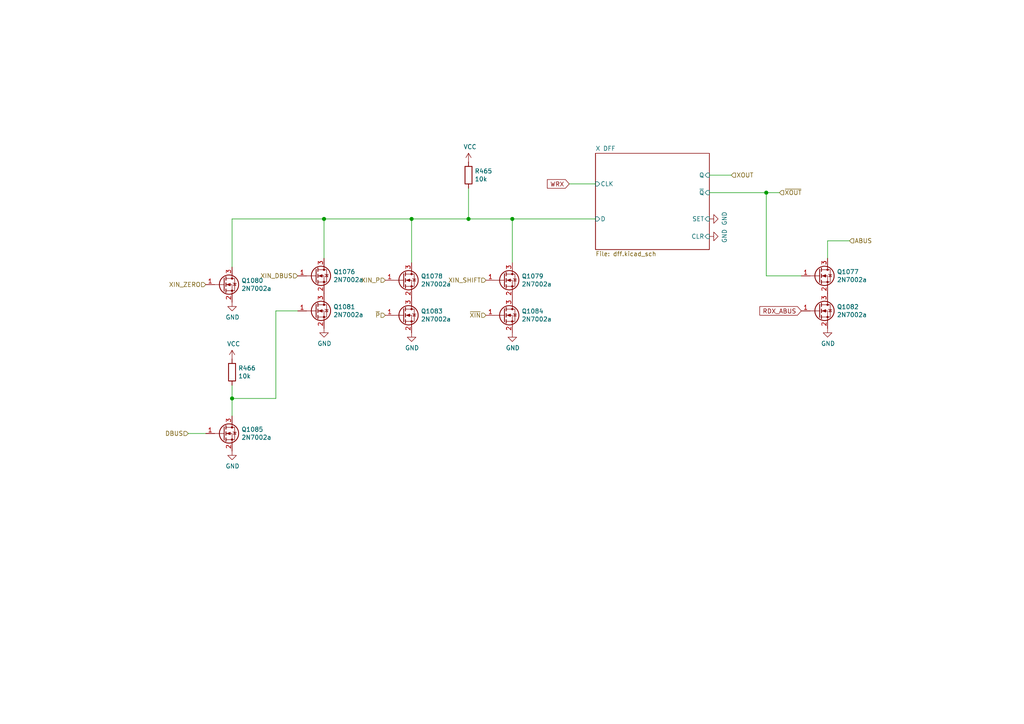
<source format=kicad_sch>
(kicad_sch (version 20210126) (generator eeschema)
  (paper "A4")
  (title_block (title "Q2 X Register Bit") (date "2021-02-05") (rev "1") (company "joewing.net"))
  (lib_symbols
    (symbol "Device:R" (pin_numbers hide) (pin_names (offset 0))
      (property "Reference" "R" (at 2.032 0 90))
      (property "Value" "R" (at 0 0 90))
      (symbol "R_0_1"
        (rectangle (start -1.016 -2.54) (end 1.016 2.54) (stroke (width 0.254)))
      )
      (symbol "R_1_1"
        (pin passive line (at 0 3.81 270) (length 1.27) (name "~") (number "1"))
        (pin passive line (at 0 -3.81 90) (length 1.27) (name "~") (number "2"))
      )
    )
    (symbol "Transistor_FET:2N7002" (pin_names hide)
      (property "Reference" "Q" (at 5.08 1.905 0))
      (property "Value" "2N7002" (at 5.08 0 0))
      (symbol "2N7002_0_1"
        (circle (center 1.651 0) (radius 2.794) (stroke (width 0.254)))
        (circle (center 2.54 -1.778) (radius 0.254) (fill (type outline)))
        (circle (center 2.54 1.778) (radius 0.254) (fill (type outline)))
        (polyline (pts (xy 0.254 0) (xy -2.54 0)))
        (polyline (pts (xy 0.254 1.905) (xy 0.254 -1.905)) (stroke (width 0.254)))
        (polyline (pts (xy 0.762 -1.27) (xy 0.762 -2.286)) (stroke (width 0.254)))
        (polyline (pts (xy 0.762 0.508) (xy 0.762 -0.508)) (stroke (width 0.254)))
        (polyline (pts (xy 0.762 2.286) (xy 0.762 1.27)) (stroke (width 0.254)))
        (polyline (pts (xy 2.54 2.54) (xy 2.54 1.778)))
        (polyline (pts (xy 2.54 -2.54) (xy 2.54 0) (xy 0.762 0)))
        (polyline (pts (xy 0.762 -1.778) (xy 3.302 -1.778) (xy 3.302 1.778) (xy 0.762 1.778)))
        (polyline (pts (xy 1.016 0) (xy 2.032 0.381) (xy 2.032 -0.381) (xy 1.016 0)) (fill (type outline)))
        (polyline (pts (xy 2.794 0.508) (xy 2.921 0.381) (xy 3.683 0.381) (xy 3.81 0.254)))
        (polyline (pts (xy 3.302 0.381) (xy 2.921 -0.254) (xy 3.683 -0.254) (xy 3.302 0.381)))
      )
      (symbol "2N7002_1_1"
        (pin input line (at -5.08 0 0) (length 2.54) (name "G") (number "1"))
        (pin passive line (at 2.54 -5.08 90) (length 2.54) (name "S") (number "2"))
        (pin passive line (at 2.54 5.08 270) (length 2.54) (name "D") (number "3"))
      )
    )
    (symbol "power:GND" (power) (pin_names (offset 0))
      (property "Value" "GND" (at 0 -3.81 0))
      (symbol "GND_0_1"
        (polyline (pts (xy 0 0) (xy 0 -1.27) (xy 1.27 -1.27) (xy 0 -2.54) (xy -1.27 -1.27) (xy 0 -1.27)))
      )
      (symbol "GND_1_1"
        (pin power_in line (at 0 0 270) (length 0) hide (name "GND") (number "1"))
      )
    )
    (symbol "power:VCC" (power) (pin_names (offset 0))
      (property "Value" "VCC" (at 0 3.81 0))
      (symbol "VCC_0_1"
        (polyline (pts (xy -0.762 1.27) (xy 0 2.54)))
        (polyline (pts (xy 0 0) (xy 0 2.54)))
        (polyline (pts (xy 0 2.54) (xy 0.762 1.27)))
      )
      (symbol "VCC_1_1"
        (pin power_in line (at 0 0 90) (length 0) hide (name "VCC") (number "1"))
      )
    )
  )
  (junction (at 67.31 115.57) (diameter 1.016))
  (junction (at 93.98 63.5) (diameter 1.016))
  (junction (at 119.38 63.5) (diameter 1.016))
  (junction (at 135.89 63.5) (diameter 1.016))
  (junction (at 148.59 63.5) (diameter 1.016))
  (junction (at 222.25 55.88) (diameter 1.016))
  (wire (pts (xy 54.61 125.73) (xy 59.69 125.73)))
  (wire (pts (xy 67.31 63.5) (xy 67.31 77.47)))
  (wire (pts (xy 67.31 63.5) (xy 93.98 63.5)))
  (wire (pts (xy 67.31 111.76) (xy 67.31 115.57)))
  (wire (pts (xy 67.31 115.57) (xy 67.31 120.65)))
  (wire (pts (xy 80.01 90.17) (xy 80.01 115.57)))
  (wire (pts (xy 80.01 115.57) (xy 67.31 115.57)))
  (wire (pts (xy 86.36 90.17) (xy 80.01 90.17)))
  (wire (pts (xy 93.98 63.5) (xy 93.98 74.93)))
  (wire (pts (xy 119.38 63.5) (xy 93.98 63.5)))
  (wire (pts (xy 119.38 63.5) (xy 135.89 63.5)))
  (wire (pts (xy 119.38 76.2) (xy 119.38 63.5)))
  (wire (pts (xy 135.89 54.61) (xy 135.89 63.5)))
  (wire (pts (xy 135.89 63.5) (xy 148.59 63.5)))
  (wire (pts (xy 148.59 76.2) (xy 148.59 63.5)))
  (wire (pts (xy 165.1 53.34) (xy 172.72 53.34)))
  (wire (pts (xy 172.72 63.5) (xy 148.59 63.5)))
  (wire (pts (xy 205.74 55.88) (xy 222.25 55.88)))
  (wire (pts (xy 212.09 50.8) (xy 205.74 50.8)))
  (wire (pts (xy 222.25 55.88) (xy 222.25 80.01)))
  (wire (pts (xy 222.25 80.01) (xy 232.41 80.01)))
  (wire (pts (xy 226.06 55.88) (xy 222.25 55.88)))
  (wire (pts (xy 240.03 69.85) (xy 246.38 69.85)))
  (wire (pts (xy 240.03 74.93) (xy 240.03 69.85)))
  (global_label "WRX" (shape input) (at 165.1 53.34 180) (property "Intersheet References" "${INTERSHEET_REFS}" (effects hide)))
  (global_label "RDX_ABUS" (shape input) (at 232.41 90.17 180) (property "Intersheet References" "${INTERSHEET_REFS}" (effects hide)))
  (hierarchical_label "DBUS" (shape input) (at 54.61 125.73 180))
  (hierarchical_label "XIN_ZERO" (shape input) (at 59.69 82.55 180))
  (hierarchical_label "XIN_DBUS" (shape input) (at 86.36 80.01 180))
  (hierarchical_label "XIN_P" (shape input) (at 111.76 81.28 180))
  (hierarchical_label "~P" (shape input) (at 111.76 91.44 180))
  (hierarchical_label "XIN_SHIFT" (shape input) (at 140.97 81.28 180))
  (hierarchical_label "~XIN" (shape input) (at 140.97 91.44 180))
  (hierarchical_label "XOUT" (shape input) (at 212.09 50.8 0))
  (hierarchical_label "~XOUT" (shape input) (at 226.06 55.88 0))
  (hierarchical_label "ABUS" (shape input) (at 246.38 69.85 0))
  (symbol (lib_id "power:VCC") (at 67.31 104.14 0)
    (property "Reference" "#PWR0981" (effects hide))
    (property "Value" "VCC" (at 67.7418 99.7458 0))
  )
  (symbol (lib_id "power:VCC") (at 135.89 46.99 0)
    (property "Reference" "#PWR0973" (effects hide))
    (property "Value" "VCC" (at 136.3218 42.5958 0))
  )
  (symbol (lib_id "power:GND") (at 67.31 87.63 0)
    (property "Reference" "#PWR0976" (effects hide))
    (property "Value" "GND" (at 67.437 92.0242 0))
  )
  (symbol (lib_id "power:GND") (at 67.31 130.81 0)
    (property "Reference" "#PWR0982" (effects hide))
    (property "Value" "GND" (at 67.437 135.2042 0))
  )
  (symbol (lib_id "power:GND") (at 93.98 95.25 0)
    (property "Reference" "#PWR0977" (effects hide))
    (property "Value" "GND" (at 94.107 99.6442 0))
  )
  (symbol (lib_id "power:GND") (at 119.38 96.52 0)
    (property "Reference" "#PWR0979" (effects hide))
    (property "Value" "GND" (at 119.507 100.9142 0))
  )
  (symbol (lib_id "power:GND") (at 148.59 96.52 0)
    (property "Reference" "#PWR0980" (effects hide))
    (property "Value" "GND" (at 148.717 100.9142 0))
  )
  (symbol (lib_id "power:GND") (at 205.74 63.5 90)
    (property "Reference" "#PWR0974" (effects hide))
    (property "Value" "GND" (at 210.1342 63.373 0))
  )
  (symbol (lib_id "power:GND") (at 205.74 68.58 90)
    (property "Reference" "#PWR0975" (effects hide))
    (property "Value" "GND" (at 210.1342 68.453 0))
  )
  (symbol (lib_id "power:GND") (at 240.03 95.25 0)
    (property "Reference" "#PWR0978" (effects hide))
    (property "Value" "GND" (at 240.157 99.6442 0))
  )
  (symbol (lib_id "Device:R") (at 67.31 107.95 0)
    (property "Reference" "R466" (at 69.088 106.7816 0) (effects (justify left)))
    (property "Value" "10k" (at 69.088 109.093 0) (effects (justify left)))
    (property "Footprint" "Resistor_SMD:R_0805_2012Metric" (effects hide))
    (property "LCSC" "C17414" (effects hide))
  )
  (symbol (lib_id "Device:R") (at 135.89 50.8 0)
    (property "Reference" "R465" (at 137.668 49.6316 0) (effects (justify left)))
    (property "Value" "10k" (at 137.668 51.943 0) (effects (justify left)))
    (property "Footprint" "Resistor_SMD:R_0805_2012Metric" (effects hide))
    (property "LCSC" "C17414" (effects hide))
  )
  (symbol (lib_id "Transistor_FET:2N7002") (at 64.77 82.55 0)
    (property "Reference" "Q1080" (at 70.0024 81.3816 0) (effects (justify left)))
    (property "Value" "2N7002a" (at 70.0024 83.693 0) (effects (justify left)))
    (property "Footprint" "Package_TO_SOT_SMD:SOT-23" (effects hide))
    (property "Datasheet" "https://www.fairchildsemi.com/datasheets/2N/2N7002.pdf" (effects hide))
    (property "LCSC" "C8545" (effects hide))
  )
  (symbol (lib_id "Transistor_FET:2N7002") (at 64.77 125.73 0)
    (property "Reference" "Q1085" (at 70.0024 124.5616 0) (effects (justify left)))
    (property "Value" "2N7002a" (at 70.0024 126.873 0) (effects (justify left)))
    (property "Footprint" "Package_TO_SOT_SMD:SOT-23" (effects hide))
    (property "Datasheet" "https://www.fairchildsemi.com/datasheets/2N/2N7002.pdf" (effects hide))
    (property "LCSC" "C8545" (effects hide))
  )
  (symbol (lib_id "Transistor_FET:2N7002") (at 91.44 80.01 0)
    (property "Reference" "Q1076" (at 96.6724 78.8416 0) (effects (justify left)))
    (property "Value" "2N7002a" (at 96.6724 81.153 0) (effects (justify left)))
    (property "Footprint" "Package_TO_SOT_SMD:SOT-23" (effects hide))
    (property "Datasheet" "https://www.fairchildsemi.com/datasheets/2N/2N7002.pdf" (effects hide))
    (property "LCSC" "C8545" (effects hide))
  )
  (symbol (lib_id "Transistor_FET:2N7002") (at 91.44 90.17 0)
    (property "Reference" "Q1081" (at 96.6724 89.0016 0) (effects (justify left)))
    (property "Value" "2N7002a" (at 96.6724 91.313 0) (effects (justify left)))
    (property "Footprint" "Package_TO_SOT_SMD:SOT-23" (effects hide))
    (property "Datasheet" "https://www.fairchildsemi.com/datasheets/2N/2N7002.pdf" (effects hide))
    (property "LCSC" "C8545" (effects hide))
  )
  (symbol (lib_id "Transistor_FET:2N7002") (at 116.84 81.28 0)
    (property "Reference" "Q1078" (at 122.0724 80.1116 0) (effects (justify left)))
    (property "Value" "2N7002a" (at 122.0724 82.423 0) (effects (justify left)))
    (property "Footprint" "Package_TO_SOT_SMD:SOT-23" (effects hide))
    (property "Datasheet" "https://www.fairchildsemi.com/datasheets/2N/2N7002.pdf" (effects hide))
    (property "LCSC" "C8545" (effects hide))
  )
  (symbol (lib_id "Transistor_FET:2N7002") (at 116.84 91.44 0)
    (property "Reference" "Q1083" (at 122.0724 90.2716 0) (effects (justify left)))
    (property "Value" "2N7002a" (at 122.0724 92.583 0) (effects (justify left)))
    (property "Footprint" "Package_TO_SOT_SMD:SOT-23" (effects hide))
    (property "Datasheet" "https://www.fairchildsemi.com/datasheets/2N/2N7002.pdf" (effects hide))
    (property "LCSC" "C8545" (effects hide))
  )
  (symbol (lib_id "Transistor_FET:2N7002") (at 146.05 81.28 0)
    (property "Reference" "Q1079" (at 151.2824 80.1116 0) (effects (justify left)))
    (property "Value" "2N7002a" (at 151.2824 82.423 0) (effects (justify left)))
    (property "Footprint" "Package_TO_SOT_SMD:SOT-23" (effects hide))
    (property "Datasheet" "https://www.fairchildsemi.com/datasheets/2N/2N7002.pdf" (effects hide))
    (property "LCSC" "C8545" (effects hide))
  )
  (symbol (lib_id "Transistor_FET:2N7002") (at 146.05 91.44 0)
    (property "Reference" "Q1084" (at 151.2824 90.2716 0) (effects (justify left)))
    (property "Value" "2N7002a" (at 151.2824 92.583 0) (effects (justify left)))
    (property "Footprint" "Package_TO_SOT_SMD:SOT-23" (effects hide))
    (property "Datasheet" "https://www.fairchildsemi.com/datasheets/2N/2N7002.pdf" (effects hide))
    (property "LCSC" "C8545" (effects hide))
  )
  (symbol (lib_id "Transistor_FET:2N7002") (at 237.49 80.01 0)
    (property "Reference" "Q1077" (at 242.7224 78.8416 0) (effects (justify left)))
    (property "Value" "2N7002a" (at 242.7224 81.153 0) (effects (justify left)))
    (property "Footprint" "Package_TO_SOT_SMD:SOT-23" (effects hide))
    (property "Datasheet" "https://www.fairchildsemi.com/datasheets/2N/2N7002.pdf" (effects hide))
    (property "LCSC" "C8545" (effects hide))
  )
  (symbol (lib_id "Transistor_FET:2N7002") (at 237.49 90.17 0)
    (property "Reference" "Q1082" (at 242.7224 89.0016 0) (effects (justify left)))
    (property "Value" "2N7002a" (at 242.7224 91.313 0) (effects (justify left)))
    (property "Footprint" "Package_TO_SOT_SMD:SOT-23" (effects hide))
    (property "Datasheet" "https://www.fairchildsemi.com/datasheets/2N/2N7002.pdf" (effects hide))
    (property "LCSC" "C8545" (effects hide))
  )
  (sheet (at 172.72 44.45) (size 33.02 27.94)
    (property "Sheet name" "X DFF" (at 172.72 43.8145 0) (effects (justify left bottom)))
    (property "Sheet file" "dff.kicad_sch" (at 172.72 72.8985 0) (effects (justify left top)))
    (pin "~Q" input (at 205.74 55.88 0))
    (pin "CLK" input (at 172.72 53.34 180))
    (pin "D" input (at 172.72 63.5 180))
    (pin "Q" input (at 205.74 50.8 0))
    (pin "SET" input (at 205.74 63.5 0))
    (pin "CLR" input (at 205.74 68.58 0))
  )
)
</source>
